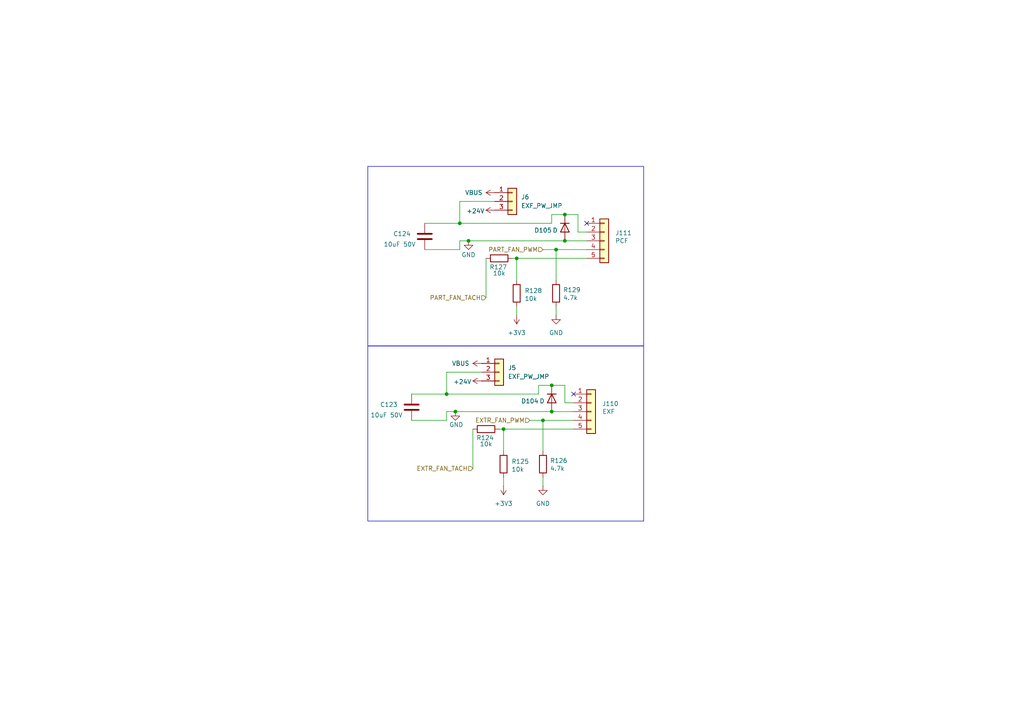
<source format=kicad_sch>
(kicad_sch (version 20250114) (generator "eeschema") (generator_version "9.0")
  (paper "A4")
  (lib_symbols
    (symbol "Connector_Generic:Conn_01x03" (pin_names (offset 1.016) (hide yes))
      (property "Reference" "J" (at 0 5.08 0))
      (property "Value" "Conn_01x03" (at 0 -5.08 0))
      (symbol "Conn_01x03_1_1"
        (rectangle (start -1.27 3.81) (end 1.27 -3.81) (stroke (width 0.254)) (fill (type background)))
        (rectangle (start -1.27 2.667) (end 0 2.413) (stroke (width 0.1524)))
        (rectangle (start -1.27 0.127) (end 0 -0.127) (stroke (width 0.1524)))
        (rectangle (start -1.27 -2.413) (end 0 -2.667) (stroke (width 0.1524)))
        (pin passive line (at -5.08 2.54 0) (length 3.81) (name "Pin_1") (number "1"))
        (pin passive line (at -5.08 0 0) (length 3.81) (name "Pin_2") (number "2"))
        (pin passive line (at -5.08 -2.54 0) (length 3.81) (name "Pin_3") (number "3"))
      )
    )
    (symbol "Connector_Generic:Conn_01x05" (pin_names (offset 1.016) (hide yes))
      (property "Reference" "J" (at 0 7.62 0))
      (property "Value" "Conn_01x05" (at 0 -7.62 0))
      (symbol "Conn_01x05_1_1"
        (rectangle (start -1.27 6.35) (end 1.27 -6.35) (stroke (width 0.254)) (fill (type background)))
        (rectangle (start -1.27 5.207) (end 0 4.953) (stroke (width 0.1524)))
        (rectangle (start -1.27 2.667) (end 0 2.413) (stroke (width 0.1524)))
        (rectangle (start -1.27 0.127) (end 0 -0.127) (stroke (width 0.1524)))
        (rectangle (start -1.27 -2.413) (end 0 -2.667) (stroke (width 0.1524)))
        (rectangle (start -1.27 -4.953) (end 0 -5.207) (stroke (width 0.1524)))
        (pin passive line (at -5.08 5.08 0) (length 3.81) (name "Pin_1") (number "1"))
        (pin passive line (at -5.08 2.54 0) (length 3.81) (name "Pin_2") (number "2"))
        (pin passive line (at -5.08 0 0) (length 3.81) (name "Pin_3") (number "3"))
        (pin passive line (at -5.08 -2.54 0) (length 3.81) (name "Pin_4") (number "4"))
        (pin passive line (at -5.08 -5.08 0) (length 3.81) (name "Pin_5") (number "5"))
      )
    )
    (symbol "Device:C" (pin_numbers (hide yes)) (pin_names (offset 0.254))
      (property "Reference" "C" (at 0.635 2.54 0))
      (property "Value" "C" (at 0.635 -2.54 0))
      (symbol "C_0_1"
        (polyline (pts (xy -2.032 0.762) (xy 2.032 0.762)) (stroke (width 0.508)))
        (polyline (pts (xy -2.032 -0.762) (xy 2.032 -0.762)) (stroke (width 0.508)))
      )
      (symbol "C_1_1"
        (pin passive line (at 0 3.81 270) (length 2.794) (name "~") (number "1"))
        (pin passive line (at 0 -3.81 90) (length 2.794) (name "~") (number "2"))
      )
    )
    (symbol "Device:D" (pin_numbers (hide yes)) (pin_names (offset 1.016) (hide yes))
      (property "Reference" "D" (at 0 2.54 0))
      (property "Value" "D" (at 0 -2.54 0))
      (symbol "D_0_1"
        (polyline (pts (xy -1.27 1.27) (xy -1.27 -1.27)) (stroke (width 0.254)))
        (polyline (pts (xy 1.27 1.27) (xy 1.27 -1.27) (xy -1.27 0) (xy 1.27 1.27)) (stroke (width 0.254)))
        (polyline (pts (xy 1.27 0) (xy -1.27 0)))
      )
      (symbol "D_1_1"
        (pin passive line (at -3.81 0 0) (length 2.54) (name "K") (number "1"))
        (pin passive line (at 3.81 0 180) (length 2.54) (name "A") (number "2"))
      )
    )
    (symbol "Device:R" (pin_numbers (hide yes)) (pin_names (offset 0))
      (property "Reference" "R" (at 2.032 0 90))
      (property "Value" "R" (at 0 0 90))
      (symbol "R_0_1"
        (rectangle (start -1.016 -2.54) (end 1.016 2.54) (stroke (width 0.254)))
      )
      (symbol "R_1_1"
        (pin passive line (at 0 3.81 270) (length 1.27) (name "~") (number "1"))
        (pin passive line (at 0 -3.81 90) (length 1.27) (name "~") (number "2"))
      )
    )
    (symbol "power:+24V" (power) (pin_numbers (hide yes)) (pin_names (offset 0) (hide yes))
      (property "Value" "+24V" (at 0 3.556 0))
      (symbol "+24V_0_1"
        (polyline (pts (xy -0.762 1.27) (xy 0 2.54)))
        (polyline (pts (xy 0 2.54) (xy 0.762 1.27)))
        (polyline (pts (xy 0 0) (xy 0 2.54)))
      )
      (symbol "+24V_1_1"
        (pin power_in line (at 0 0 90) (length 0) (name "~") (number "1"))
      )
    )
    (symbol "power:+3V3" (power) (pin_numbers (hide yes)) (pin_names (offset 0) (hide yes))
      (property "Value" "+3V3" (at 0 3.556 0))
      (symbol "+3V3_0_1"
        (polyline (pts (xy -0.762 1.27) (xy 0 2.54)))
        (polyline (pts (xy 0 2.54) (xy 0.762 1.27)))
        (polyline (pts (xy 0 0) (xy 0 2.54)))
      )
      (symbol "+3V3_1_1"
        (pin power_in line (at 0 0 90) (length 0) (name "~") (number "1"))
      )
    )
    (symbol "power:GND" (power) (pin_numbers (hide yes)) (pin_names (offset 0) (hide yes))
      (property "Value" "GND" (at 0 -3.81 0))
      (symbol "GND_0_1"
        (polyline (pts (xy 0 0) (xy 0 -1.27) (xy 1.27 -1.27) (xy 0 -2.54) (xy -1.27 -1.27) (xy 0 -1.27)))
      )
      (symbol "GND_1_1"
        (pin power_in line (at 0 0 270) (length 0) (name "~") (number "1"))
      )
    )
    (symbol "power:VBUS" (power) (pin_numbers (hide yes)) (pin_names (offset 0) (hide yes))
      (property "Value" "VBUS" (at 0 3.556 0))
      (symbol "VBUS_0_1"
        (polyline (pts (xy -0.762 1.27) (xy 0 2.54)))
        (polyline (pts (xy 0 2.54) (xy 0.762 1.27)))
        (polyline (pts (xy 0 0) (xy 0 2.54)))
      )
      (symbol "VBUS_1_1"
        (pin power_in line (at 0 0 90) (length 0) (name "~") (number "1"))
      )
    )
  )
  (rectangle (start 106.68 100.33) (end 186.69 151.13))
  (rectangle (start 106.68 48.26) (end 186.69 100.33))
  (junction (at 146.05 124.46))
  (junction (at 161.29 72.39))
  (junction (at 129.54 114.3))
  (junction (at 160.02 111.76))
  (junction (at 133.35 64.77))
  (junction (at 132.08 119.38))
  (junction (at 157.48 121.92))
  (junction (at 163.83 69.85))
  (junction (at 163.83 62.23))
  (junction (at 135.89 69.85))
  (junction (at 149.86 74.93))
  (junction (at 160.02 119.38))
  (no_connect (at 166.37 114.3))
  (no_connect (at 170.18 64.77))
  (wire (pts (xy 133.35 72.39) (xy 123.19 72.39)))
  (wire (pts (xy 133.35 58.42) (xy 133.35 64.77)))
  (wire (pts (xy 157.48 72.39) (xy 161.29 72.39)))
  (wire (pts (xy 161.29 88.9) (xy 161.29 91.44)))
  (wire (pts (xy 132.08 119.38) (xy 160.02 119.38)))
  (wire (pts (xy 146.05 140.97) (xy 146.05 138.43)))
  (wire (pts (xy 119.38 114.3) (xy 129.54 114.3)))
  (wire (pts (xy 123.19 64.77) (xy 133.35 64.77)))
  (wire (pts (xy 132.08 119.38) (xy 129.54 119.38)))
  (wire (pts (xy 148.59 74.93) (xy 149.86 74.93)))
  (wire (pts (xy 149.86 91.44) (xy 149.86 88.9)))
  (wire (pts (xy 129.54 107.95) (xy 129.54 114.3)))
  (wire (pts (xy 160.02 111.76) (xy 163.83 111.76)))
  (wire (pts (xy 163.83 62.23) (xy 167.64 62.23)))
  (wire (pts (xy 149.86 74.93) (xy 170.18 74.93)))
  (wire (pts (xy 161.29 72.39) (xy 170.18 72.39)))
  (wire (pts (xy 149.86 74.93) (xy 149.86 81.28)))
  (wire (pts (xy 160.02 119.38) (xy 166.37 119.38)))
  (wire (pts (xy 160.02 62.23) (xy 163.83 62.23)))
  (wire (pts (xy 140.97 86.36) (xy 140.97 74.93)))
  (wire (pts (xy 139.7 107.95) (xy 129.54 107.95)))
  (wire (pts (xy 129.54 119.38) (xy 129.54 121.92)))
  (wire (pts (xy 129.54 114.3) (xy 156.21 114.3)))
  (wire (pts (xy 160.02 64.77) (xy 160.02 62.23)))
  (wire (pts (xy 163.83 116.84) (xy 166.37 116.84)))
  (wire (pts (xy 163.83 111.76) (xy 163.83 116.84)))
  (wire (pts (xy 167.64 67.31) (xy 170.18 67.31)))
  (wire (pts (xy 157.48 138.43) (xy 157.48 140.97)))
  (wire (pts (xy 129.54 121.92) (xy 119.38 121.92)))
  (wire (pts (xy 157.48 121.92) (xy 166.37 121.92)))
  (wire (pts (xy 157.48 121.92) (xy 157.48 130.81)))
  (wire (pts (xy 133.35 69.85) (xy 133.35 72.39)))
  (wire (pts (xy 133.35 64.77) (xy 160.02 64.77)))
  (wire (pts (xy 156.21 111.76) (xy 160.02 111.76)))
  (wire (pts (xy 146.05 124.46) (xy 146.05 130.81)))
  (wire (pts (xy 137.16 135.89) (xy 137.16 124.46)))
  (wire (pts (xy 135.89 69.85) (xy 163.83 69.85)))
  (wire (pts (xy 135.89 69.85) (xy 133.35 69.85)))
  (wire (pts (xy 153.67 121.92) (xy 157.48 121.92)))
  (wire (pts (xy 144.78 124.46) (xy 146.05 124.46)))
  (wire (pts (xy 161.29 72.39) (xy 161.29 81.28)))
  (wire (pts (xy 163.83 69.85) (xy 170.18 69.85)))
  (wire (pts (xy 167.64 62.23) (xy 167.64 67.31)))
  (wire (pts (xy 156.21 114.3) (xy 156.21 111.76)))
  (wire (pts (xy 146.05 124.46) (xy 166.37 124.46)))
  (wire (pts (xy 143.51 58.42) (xy 133.35 58.42)))
  (hierarchical_label "PART_FAN_PWM" (shape input) (at 157.48 72.39 180))
  (hierarchical_label "EXTR_FAN_PWM" (shape input) (at 153.67 121.92 180))
  (hierarchical_label "EXTR_FAN_TACH" (shape input) (at 137.16 135.89 180))
  (hierarchical_label "PART_FAN_TACH" (shape input) (at 140.97 86.36 180))
  (symbol (lib_id "power:+24V") (at 139.7 110.49 90) (unit 1)
    (property "Reference" "#PWR0149" (effects (hide yes)))
    (property "Value" "+24V" (at 134.112 110.744 90))
    (property "Description" "Power symbol creates a global label with name \"+24V\"" (effects (hide yes)))
  )
  (symbol (lib_id "Device:R") (at 140.97 124.46 90) (unit 1)
    (property "Reference" "R124" (at 140.716 127 90))
    (property "Value" "10k" (at 140.97 128.778 90))
    (property "Footprint" "Resistor_SMD:R_0402_1005Metric" (effects (hide yes)))
    (property "Description" "Resistor" (effects (hide yes)))
  )
  (symbol (lib_id "Connector_Generic:Conn_01x05") (at 171.45 119.38 0) (unit 1) (in_bom no)
    (property "Reference" "J110" (at 177.038 117.094 0))
    (property "Value" "EXF" (at 176.53 119.38 0))
    (property "Footprint" "Connector_JST:JST_XH_B5B-XH-A_1x05_P2.50mm_Vertical" (effects (hide yes)))
    (property "Description" "Generic connector, single row, 01x05, script generated (kicad-library-utils/schlib/autogen/connector/)" (effects (hide yes)))
  )
  (symbol (lib_id "power:+3V3") (at 149.86 91.44 180) (unit 1)
    (property "Reference" "#PWR016" (effects (hide yes)))
    (property "Value" "+3V3" (at 149.86 96.52 0))
    (property "Description" "Power symbol creates a global label with name \"+3V3\"" (effects (hide yes)))
  )
  (symbol (lib_id "power:+24V") (at 143.51 60.96 90) (unit 1)
    (property "Reference" "#PWR0153" (effects (hide yes)))
    (property "Value" "+24V" (at 137.922 61.214 90))
    (property "Description" "Power symbol creates a global label with name \"+24V\"" (effects (hide yes)))
  )
  (symbol (lib_id "Device:C") (at 119.38 118.11 0) (unit 1)
    (property "Reference" "C123" (at 110.236 117.348 0) (effects (justify left)))
    (property "Value" "10uF 50V" (at 107.442 120.396 0) (effects (justify left)))
    (property "Description" "Unpolarized capacitor" (effects (hide yes)))
  )
  (symbol (lib_id "power:VBUS") (at 143.51 55.88 90) (unit 1)
    (property "Reference" "#PWR015" (effects (hide yes)))
    (property "Value" "VBUS" (at 137.414 55.88 90))
    (property "Description" "Power symbol creates a global label with name \"VBUS\"" (effects (hide yes)))
  )
  (symbol (lib_id "Connector_Generic:Conn_01x03") (at 144.78 107.95 0) (unit 1)
    (property "Reference" "J5" (at 147.32 106.6799 0) (effects (justify left)))
    (property "Value" "EXF_PW_JMP" (at 147.32 109.2199 0) (effects (justify left)))
    (property "Description" "Generic connector, single row, 01x03, script generated (kicad-library-utils/schlib/autogen/connector/)" (effects (hide yes)))
  )
  (symbol (lib_id "Device:C") (at 123.19 68.58 0) (unit 1)
    (property "Reference" "C124" (at 114.046 67.818 0) (effects (justify left)))
    (property "Value" "10uF 50V" (at 111.252 70.866 0) (effects (justify left)))
    (property "Description" "Unpolarized capacitor" (effects (hide yes)))
  )
  (symbol (lib_id "Connector_Generic:Conn_01x05") (at 175.26 69.85 0) (unit 1) (in_bom no)
    (property "Reference" "J111" (at 180.848 67.564 0))
    (property "Value" "PCF" (at 180.34 69.85 0))
    (property "Footprint" "Connector_JST:JST_XH_B5B-XH-A_1x05_P2.50mm_Vertical" (effects (hide yes)))
    (property "Description" "Generic connector, single row, 01x05, script generated (kicad-library-utils/schlib/autogen/connector/)" (effects (hide yes)))
  )
  (symbol (lib_id "Device:D") (at 163.83 66.04 270) (unit 1)
    (property "Reference" "D105" (at 154.94 66.802 90) (effects (justify left)))
    (property "Value" "D" (at 160.274 66.802 90) (effects (justify left)))
    (property "Description" "Diode" (effects (hide yes)))
    (property "Sim.Device" "D" (effects (hide yes)))
    (property "Sim.Pins" "1=K 2=A" (effects (hide yes)))
  )
  (symbol (lib_id "power:GND") (at 157.48 140.97 0) (unit 1)
    (property "Reference" "#PWR0152" (effects (hide yes)))
    (property "Value" "GND" (at 157.48 146.05 0))
    (property "Description" "Power symbol creates a global label with name \"GND\" , ground" (effects (hide yes)))
  )
  (symbol (lib_id "power:+3V3") (at 146.05 140.97 180) (unit 1)
    (property "Reference" "#PWR014" (effects (hide yes)))
    (property "Value" "+3V3" (at 146.05 146.05 0))
    (property "Description" "Power symbol creates a global label with name \"+3V3\"" (effects (hide yes)))
  )
  (symbol (lib_id "Device:R") (at 161.29 85.09 0) (unit 1)
    (property "Reference" "R129" (at 163.322 84.074 0) (effects (justify left)))
    (property "Value" "4.7k" (at 163.322 86.36 0) (effects (justify left)))
    (property "Footprint" "Resistor_SMD:R_0402_1005Metric" (effects (hide yes)))
    (property "Description" "Resistor" (effects (hide yes)))
  )
  (symbol (lib_id "power:VBUS") (at 139.7 105.41 90) (unit 1)
    (property "Reference" "#PWR013" (effects (hide yes)))
    (property "Value" "VBUS" (at 133.604 105.41 90))
    (property "Description" "Power symbol creates a global label with name \"VBUS\"" (effects (hide yes)))
  )
  (symbol (lib_id "power:GND") (at 132.08 119.38 0) (unit 1)
    (property "Reference" "#PWR0150" (effects (hide yes)))
    (property "Value" "GND" (at 132.334 123.19 0))
    (property "Description" "Power symbol creates a global label with name \"GND\" , ground" (effects (hide yes)))
  )
  (symbol (lib_id "Device:R") (at 157.48 134.62 0) (unit 1)
    (property "Reference" "R126" (at 159.512 133.604 0) (effects (justify left)))
    (property "Value" "4.7k" (at 159.512 135.89 0) (effects (justify left)))
    (property "Footprint" "Resistor_SMD:R_0402_1005Metric" (effects (hide yes)))
    (property "Description" "Resistor" (effects (hide yes)))
  )
  (symbol (lib_id "Device:D") (at 160.02 115.57 270) (unit 1)
    (property "Reference" "D104" (at 151.13 116.332 90) (effects (justify left)))
    (property "Value" "D" (at 156.464 116.332 90) (effects (justify left)))
    (property "Description" "Diode" (effects (hide yes)))
    (property "Sim.Device" "D" (effects (hide yes)))
    (property "Sim.Pins" "1=K 2=A" (effects (hide yes)))
  )
  (symbol (lib_id "Device:R") (at 149.86 85.09 180) (unit 1)
    (property "Reference" "R128" (at 152.146 84.328 0) (effects (justify right)))
    (property "Value" "10k" (at 152.146 86.614 0) (effects (justify right)))
    (property "Footprint" "Resistor_SMD:R_0402_1005Metric" (effects (hide yes)))
    (property "Description" "Resistor" (effects (hide yes)))
  )
  (symbol (lib_id "power:GND") (at 161.29 91.44 0) (unit 1)
    (property "Reference" "#PWR0154" (effects (hide yes)))
    (property "Value" "GND" (at 161.29 96.52 0))
    (property "Description" "Power symbol creates a global label with name \"GND\" , ground" (effects (hide yes)))
  )
  (symbol (lib_id "Device:R") (at 146.05 134.62 180) (unit 1)
    (property "Reference" "R125" (at 148.336 133.858 0) (effects (justify right)))
    (property "Value" "10k" (at 148.336 136.144 0) (effects (justify right)))
    (property "Footprint" "Resistor_SMD:R_0402_1005Metric" (effects (hide yes)))
    (property "Description" "Resistor" (effects (hide yes)))
  )
  (symbol (lib_id "Device:R") (at 144.78 74.93 90) (unit 1)
    (property "Reference" "R127" (at 144.526 77.47 90))
    (property "Value" "10k" (at 144.78 79.248 90))
    (property "Footprint" "Resistor_SMD:R_0402_1005Metric" (effects (hide yes)))
    (property "Description" "Resistor" (effects (hide yes)))
  )
  (symbol (lib_id "power:GND") (at 135.89 69.85 0) (unit 1)
    (property "Reference" "#PWR0151" (effects (hide yes)))
    (property "Value" "GND" (at 135.89 73.914 0))
    (property "Description" "Power symbol creates a global label with name \"GND\" , ground" (effects (hide yes)))
  )
  (symbol (lib_id "Connector_Generic:Conn_01x03") (at 148.59 58.42 0) (unit 1)
    (property "Reference" "J6" (at 151.13 57.1499 0) (effects (justify left)))
    (property "Value" "EXF_PW_JMP" (at 151.13 59.6899 0) (effects (justify left)))
    (property "Description" "Generic connector, single row, 01x03, script generated (kicad-library-utils/schlib/autogen/connector/)" (effects (hide yes)))
  )
)
</source>
